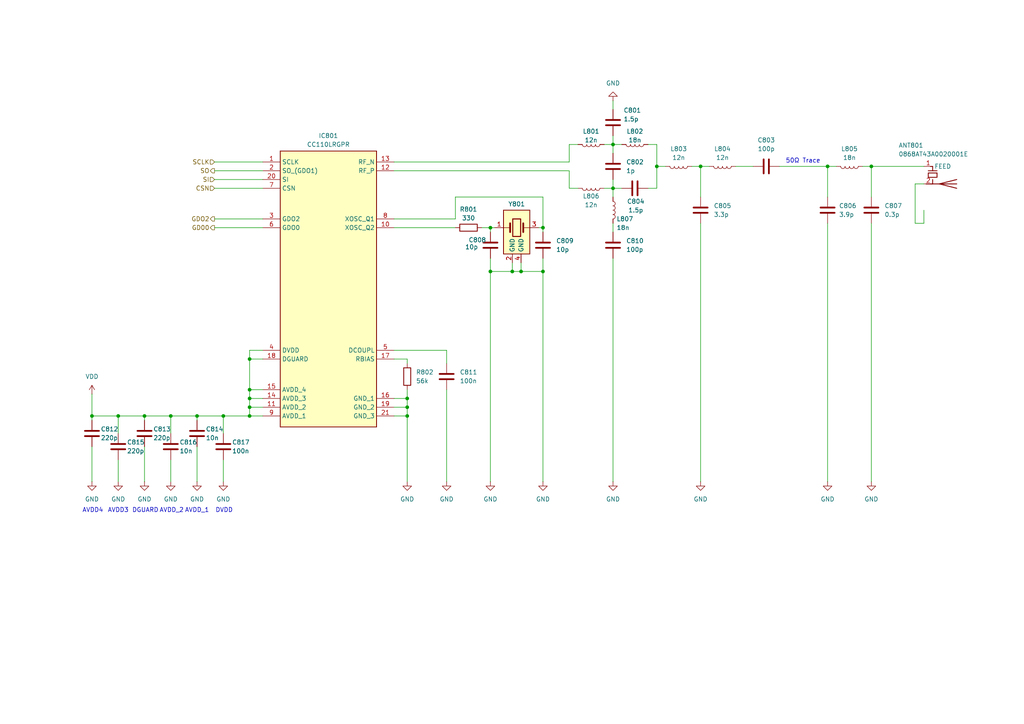
<source format=kicad_sch>
(kicad_sch (version 20250114) (generator "eeschema") (generator_version "9.0")
  (paper "A4")
  (lib_symbols
    (symbol "Device:C" (pin_numbers (hide yes)) (pin_names (offset 0.254))
      (property "Reference" "C" (at 0.635 2.54 0))
      (property "Value" "C" (at 0.635 -2.54 0))
      (symbol "C_0_1"
        (polyline (pts (xy -2.032 0.762) (xy 2.032 0.762)) (stroke (width 0.508)))
        (polyline (pts (xy -2.032 -0.762) (xy 2.032 -0.762)) (stroke (width 0.508)))
      )
      (symbol "C_1_1"
        (pin passive line (at 0 3.81 270) (length 2.794) (name "~") (number "1"))
        (pin passive line (at 0 -3.81 90) (length 2.794) (name "~") (number "2"))
      )
    )
    (symbol "Device:L" (pin_numbers (hide yes)) (pin_names (offset 1.016) (hide yes))
      (property "Reference" "L" (at -1.27 0 90))
      (property "Value" "L" (at 1.905 0 90))
      (symbol "L_0_1"
        (arc (start 0 2.54) (mid 0.6323 1.905) (end 0 1.27))
        (arc (start 0 1.27) (mid 0.6323 0.635) (end 0 0))
        (arc (start 0 0) (mid 0.6323 -0.635) (end 0 -1.27))
        (arc (start 0 -1.27) (mid 0.6323 -1.905) (end 0 -2.54))
      )
      (symbol "L_1_1"
        (pin passive line (at 0 3.81 270) (length 1.27) (name "1") (number "1"))
        (pin passive line (at 0 -3.81 90) (length 1.27) (name "2") (number "2"))
      )
    )
    (symbol "Device:R" (pin_numbers (hide yes)) (pin_names (offset 0))
      (property "Reference" "R" (at 2.032 0 90))
      (property "Value" "R" (at 0 0 90))
      (symbol "R_0_1"
        (rectangle (start -1.016 -2.54) (end 1.016 2.54) (stroke (width 0.254)))
      )
      (symbol "R_1_1"
        (pin passive line (at 0 3.81 270) (length 1.27) (name "~") (number "1"))
        (pin passive line (at 0 -3.81 90) (length 1.27) (name "~") (number "2"))
      )
    )
    (symbol "TrashFlash:0868AT43A0020001E"
      (property "Reference" "ANT" (at -7.112 8.89 0))
      (property "Value" "0868AT43A0020001E" (at -7.112 6.35 0))
      (symbol "0868AT43A0020001E_0_1"
        (polyline (pts (xy -0.635 -2.54) (xy 0 -2.54)))
        (polyline (pts (xy 0 2.54) (xy -0.635 2.54)) (stroke (width 0.254)))
        (polyline (pts (xy 0 2.54) (xy 0 1.27)) (stroke (width 0.254)))
        (polyline (pts (xy 0 -1.27) (xy 0 -2.54)) (stroke (width 0.254)))
        (polyline (pts (xy 1.27 1.27) (xy -1.27 1.27) (xy 0 1.27)) (stroke (width 0.254)))
        (polyline (pts (xy 1.27 0.635) (xy 1.27 -0.635) (xy -1.27 -0.635) (xy -1.27 0.635) (xy 1.27 0.635)) (stroke (width 0.254)))
        (polyline (pts (xy 6.985 -2.54) (xy -1.905 -2.54)) (stroke (width 0.254)))
        (polyline (pts (xy 6.985 -3.81) (xy 1.905 -2.54) (xy 6.985 -1.27)) (stroke (width 0.254)))
      )
      (symbol "0868AT43A0020001E_1_1"
        (pin input line (at -2.54 2.54 0) (length 2.54) (name "FEED") (number "1"))
        (pin passive line (at -2.54 -2.54 0) (length 2.54) (name "PCB_Trace") (number "2"))
      )
    )
    (symbol "TrashFlash:CC110LRGPR"
      (property "Reference" "IC" (at -13.716 22.86 0))
      (property "Value" "CC110LRGPR" (at -13.716 20.32 0))
      (symbol "CC110LRGPR_1_1"
        (rectangle (start -13.97 17.145) (end 13.97 -62.865) (stroke (width 0.254)) (fill (type background)))
        (pin passive line (at -19.05 13.97 0) (length 5.08) (name "SCLK") (number "1"))
        (pin passive line (at -19.05 11.43 0) (length 5.08) (name "SO_(GDO1)") (number "2"))
        (pin passive line (at -19.05 8.89 0) (length 5.08) (name "SI") (number "20"))
        (pin passive line (at -19.05 6.35 0) (length 5.08) (name "CSN") (number "7"))
        (pin passive line (at -19.05 -2.54 0) (length 5.08) (name "GDO2") (number "3"))
        (pin passive line (at -19.05 -5.08 0) (length 5.08) (name "GDO0") (number "6"))
        (pin passive line (at -19.05 -40.64 0) (length 5.08) (name "DVDD") (number "4"))
        (pin passive line (at -19.05 -43.18 0) (length 5.08) (name "DGUARD") (number "18"))
        (pin passive line (at -19.05 -52.07 0) (length 5.08) (name "AVDD_4") (number "15"))
        (pin passive line (at -19.05 -54.61 0) (length 5.08) (name "AVDD_3") (number "14"))
        (pin passive line (at -19.05 -57.15 0) (length 5.08) (name "AVDD_2") (number "11"))
        (pin passive line (at -19.05 -59.69 0) (length 5.08) (name "AVDD_1") (number "9"))
        (pin passive line (at 19.05 13.97 180) (length 5.08) (name "RF_N") (number "13"))
        (pin passive line (at 19.05 11.43 180) (length 5.08) (name "RF_P") (number "12"))
        (pin passive line (at 19.05 -2.54 180) (length 5.08) (name "XOSC_Q1") (number "8"))
        (pin passive line (at 19.05 -5.08 180) (length 5.08) (name "XOSC_Q2") (number "10"))
        (pin passive line (at 19.05 -40.64 180) (length 5.08) (name "DCOUPL") (number "5"))
        (pin passive line (at 19.05 -43.18 180) (length 5.08) (name "RBIAS") (number "17"))
        (pin passive line (at 19.05 -54.61 180) (length 5.08) (name "GND_1") (number "16"))
        (pin passive line (at 19.05 -57.15 180) (length 5.08) (name "GND_2") (number "19"))
        (pin passive line (at 19.05 -59.69 180) (length 5.08) (name "GND_3") (number "21"))
      )
    )
    (symbol "TrashFlash:ECS-260-10-33B-CKM-TR"
      (property "Reference" "Y" (at 0 5.08 0))
      (property "Value" "ECS-260-10-33B-CKM-TR" (at 0 2.54 0))
      (symbol "ECS-260-10-33B-CKM-TR_0_1"
        (polyline (pts (xy 1.905 -6.35) (xy 1.905 -3.81)) (stroke (width 0.508)))
        (rectangle (start 2.667 -2.54) (end 4.953 -7.62) (stroke (width 0.3048)))
        (polyline (pts (xy 5.715 -6.35) (xy 5.715 -3.81)) (stroke (width 0.508)))
        (polyline (pts (xy 7.62 -5.08) (xy 5.715 -5.08)))
      )
      (symbol "ECS-260-10-33B-CKM-TR_1_1"
        (rectangle (start 0 0) (end 7.62 -12.7) (stroke (width 0.254)) (fill (type background)))
        (polyline (pts (xy 0 -5.08) (xy 1.905 -5.08)))
        (pin passive line (at -2.54 -5.08 0) (length 2.54) (name "IN/OUT") (number "1"))
        (pin passive line (at 2.54 -15.24 90) (length 2.54) (name "GND") (number "2"))
        (pin passive line (at 5.08 -15.24 90) (length 2.54) (name "GND") (number "4"))
        (pin passive line (at 10.16 -5.08 180) (length 2.54) (name "OUT/IN") (number "3"))
      )
    )
    (symbol "power:GND" (power) (pin_numbers (hide yes)) (pin_names (offset 0) (hide yes))
      (property "Value" "GND" (at 0 -3.81 0))
      (symbol "GND_0_1"
        (polyline (pts (xy 0 0) (xy 0 -1.27) (xy 1.27 -1.27) (xy 0 -2.54) (xy -1.27 -1.27) (xy 0 -1.27)))
      )
      (symbol "GND_1_1"
        (pin power_in line (at 0 0 270) (length 0) (name "~") (number "1"))
      )
    )
    (symbol "power:VDD" (power) (pin_numbers (hide yes)) (pin_names (offset 0) (hide yes))
      (property "Value" "VDD" (at 0 3.556 0))
      (symbol "VDD_0_1"
        (polyline (pts (xy -0.762 1.27) (xy 0 2.54)))
        (polyline (pts (xy 0 2.54) (xy 0.762 1.27)))
        (polyline (pts (xy 0 0) (xy 0 2.54)))
      )
      (symbol "VDD_1_1"
        (pin power_in line (at 0 0 90) (length 0) (name "~") (number "1"))
      )
    )
  )
  (text "AVDD4" (at 26.924 148.082 0) (effects (font (size 1.27 1.27))))
  (text "DGUARD" (at 42.164 148.082 0) (effects (font (size 1.27 1.27))))
  (text "AVDD_1" (at 57.15 148.082 0) (effects (font (size 1.27 1.27))))
  (text "AVDD_2" (at 49.784 148.082 0) (effects (font (size 1.27 1.27))))
  (text "AVDD3" (at 34.29 148.082 0) (effects (font (size 1.27 1.27))))
  (text "DVDD" (at 65.024 148.082 0) (effects (font (size 1.27 1.27))))
  (text "50Ω Trace" (at 232.918 46.736 0) (effects (font (size 1.27 1.27))))
  (junction (at 118.11 115.57))
  (junction (at 57.15 120.65))
  (junction (at 177.8 54.61))
  (junction (at 34.29 120.65))
  (junction (at 252.73 48.26))
  (junction (at 72.39 104.14))
  (junction (at 148.59 78.74))
  (junction (at 142.24 78.74))
  (junction (at 190.5 48.26))
  (junction (at 41.91 120.65))
  (junction (at 64.77 120.65))
  (junction (at 72.39 113.03))
  (junction (at 151.13 78.74))
  (junction (at 240.03 48.26))
  (junction (at 49.53 120.65))
  (junction (at 177.8 41.91))
  (junction (at 203.2 48.26))
  (junction (at 72.39 120.65))
  (junction (at 157.48 78.74))
  (junction (at 118.11 118.11))
  (junction (at 26.67 120.65))
  (junction (at 72.39 118.11))
  (junction (at 118.11 120.65))
  (junction (at 142.24 66.04))
  (junction (at 72.39 115.57))
  (junction (at 157.48 66.04))
  (wire (pts (xy 114.3 104.14) (xy 118.11 104.14)))
  (wire (pts (xy 240.03 48.26) (xy 242.57 48.26)))
  (wire (pts (xy 148.59 76.2) (xy 148.59 78.74)))
  (wire (pts (xy 187.96 41.91) (xy 190.5 41.91)))
  (wire (pts (xy 139.7 66.04) (xy 142.24 66.04)))
  (wire (pts (xy 129.54 101.6) (xy 129.54 105.41)))
  (wire (pts (xy 151.13 76.2) (xy 151.13 78.74)))
  (wire (pts (xy 114.3 49.53) (xy 165.1 49.53)))
  (wire (pts (xy 118.11 104.14) (xy 118.11 105.41)))
  (wire (pts (xy 156.21 66.04) (xy 157.48 66.04)))
  (wire (pts (xy 165.1 49.53) (xy 165.1 54.61)))
  (wire (pts (xy 26.67 121.92) (xy 26.67 120.65)))
  (wire (pts (xy 114.3 120.65) (xy 118.11 120.65)))
  (wire (pts (xy 26.67 120.65) (xy 34.29 120.65)))
  (wire (pts (xy 157.48 78.74) (xy 157.48 139.7)))
  (wire (pts (xy 151.13 78.74) (xy 157.48 78.74)))
  (wire (pts (xy 62.23 52.07) (xy 76.2 52.07)))
  (wire (pts (xy 57.15 120.65) (xy 57.15 121.92)))
  (wire (pts (xy 57.15 129.54) (xy 57.15 139.7)))
  (wire (pts (xy 177.8 64.77) (xy 177.8 67.31)))
  (wire (pts (xy 267.97 53.34) (xy 265.43 53.34)))
  (wire (pts (xy 72.39 113.03) (xy 76.2 113.03)))
  (wire (pts (xy 177.8 39.37) (xy 177.8 41.91)))
  (wire (pts (xy 49.53 120.65) (xy 57.15 120.65)))
  (wire (pts (xy 142.24 78.74) (xy 142.24 139.7)))
  (wire (pts (xy 132.08 63.5) (xy 132.08 57.15)))
  (wire (pts (xy 129.54 113.03) (xy 129.54 139.7)))
  (wire (pts (xy 226.06 48.26) (xy 240.03 48.26)))
  (wire (pts (xy 203.2 64.77) (xy 203.2 139.7)))
  (wire (pts (xy 49.53 133.35) (xy 49.53 139.7)))
  (wire (pts (xy 114.3 115.57) (xy 118.11 115.57)))
  (wire (pts (xy 118.11 113.03) (xy 118.11 115.57)))
  (wire (pts (xy 157.48 57.15) (xy 157.48 66.04)))
  (wire (pts (xy 72.39 113.03) (xy 72.39 115.57)))
  (wire (pts (xy 41.91 129.54) (xy 41.91 139.7)))
  (wire (pts (xy 62.23 63.5) (xy 76.2 63.5)))
  (wire (pts (xy 26.67 114.3) (xy 26.67 120.65)))
  (wire (pts (xy 177.8 74.93) (xy 177.8 139.7)))
  (wire (pts (xy 72.39 101.6) (xy 72.39 104.14)))
  (wire (pts (xy 62.23 66.04) (xy 76.2 66.04)))
  (wire (pts (xy 72.39 115.57) (xy 72.39 118.11)))
  (wire (pts (xy 62.23 54.61) (xy 76.2 54.61)))
  (wire (pts (xy 265.43 64.77) (xy 267.97 64.77)))
  (wire (pts (xy 252.73 48.26) (xy 267.97 48.26)))
  (wire (pts (xy 165.1 54.61) (xy 167.64 54.61)))
  (wire (pts (xy 114.3 101.6) (xy 129.54 101.6)))
  (wire (pts (xy 165.1 46.99) (xy 165.1 41.91)))
  (wire (pts (xy 142.24 74.93) (xy 142.24 78.74)))
  (wire (pts (xy 114.3 66.04) (xy 132.08 66.04)))
  (wire (pts (xy 165.1 41.91) (xy 167.64 41.91)))
  (wire (pts (xy 190.5 48.26) (xy 190.5 54.61)))
  (wire (pts (xy 41.91 120.65) (xy 49.53 120.65)))
  (wire (pts (xy 240.03 48.26) (xy 240.03 57.15)))
  (wire (pts (xy 72.39 118.11) (xy 72.39 120.65)))
  (wire (pts (xy 252.73 64.77) (xy 252.73 139.7)))
  (wire (pts (xy 114.3 46.99) (xy 165.1 46.99)))
  (wire (pts (xy 34.29 133.35) (xy 34.29 139.7)))
  (wire (pts (xy 62.23 49.53) (xy 76.2 49.53)))
  (wire (pts (xy 190.5 41.91) (xy 190.5 48.26)))
  (wire (pts (xy 76.2 101.6) (xy 72.39 101.6)))
  (wire (pts (xy 64.77 120.65) (xy 64.77 125.73)))
  (wire (pts (xy 142.24 78.74) (xy 148.59 78.74)))
  (wire (pts (xy 240.03 64.77) (xy 240.03 139.7)))
  (wire (pts (xy 62.23 46.99) (xy 76.2 46.99)))
  (wire (pts (xy 213.36 48.26) (xy 218.44 48.26)))
  (wire (pts (xy 118.11 120.65) (xy 118.11 139.7)))
  (wire (pts (xy 157.48 74.93) (xy 157.48 78.74)))
  (wire (pts (xy 200.66 48.26) (xy 203.2 48.26)))
  (wire (pts (xy 142.24 66.04) (xy 142.24 67.31)))
  (wire (pts (xy 252.73 48.26) (xy 252.73 57.15)))
  (wire (pts (xy 157.48 66.04) (xy 157.48 67.31)))
  (wire (pts (xy 72.39 104.14) (xy 72.39 113.03)))
  (wire (pts (xy 34.29 120.65) (xy 41.91 120.65)))
  (wire (pts (xy 177.8 54.61) (xy 177.8 57.15)))
  (wire (pts (xy 49.53 120.65) (xy 49.53 125.73)))
  (wire (pts (xy 265.43 53.34) (xy 265.43 64.77)))
  (wire (pts (xy 132.08 57.15) (xy 157.48 57.15)))
  (wire (pts (xy 118.11 118.11) (xy 118.11 120.65)))
  (wire (pts (xy 203.2 48.26) (xy 205.74 48.26)))
  (wire (pts (xy 118.11 115.57) (xy 118.11 118.11)))
  (wire (pts (xy 177.8 52.07) (xy 177.8 54.61)))
  (wire (pts (xy 193.04 48.26) (xy 190.5 48.26)))
  (wire (pts (xy 175.26 54.61) (xy 177.8 54.61)))
  (wire (pts (xy 148.59 78.74) (xy 151.13 78.74)))
  (wire (pts (xy 26.67 129.54) (xy 26.67 139.7)))
  (wire (pts (xy 142.24 66.04) (xy 143.51 66.04)))
  (wire (pts (xy 72.39 115.57) (xy 76.2 115.57)))
  (wire (pts (xy 72.39 120.65) (xy 76.2 120.65)))
  (wire (pts (xy 114.3 63.5) (xy 132.08 63.5)))
  (wire (pts (xy 41.91 121.92) (xy 41.91 120.65)))
  (wire (pts (xy 72.39 118.11) (xy 76.2 118.11)))
  (wire (pts (xy 250.19 48.26) (xy 252.73 48.26)))
  (wire (pts (xy 64.77 133.35) (xy 64.77 139.7)))
  (wire (pts (xy 177.8 54.61) (xy 180.34 54.61)))
  (wire (pts (xy 72.39 104.14) (xy 76.2 104.14)))
  (wire (pts (xy 175.26 41.91) (xy 177.8 41.91)))
  (wire (pts (xy 64.77 120.65) (xy 57.15 120.65)))
  (wire (pts (xy 190.5 54.61) (xy 187.96 54.61)))
  (wire (pts (xy 114.3 118.11) (xy 118.11 118.11)))
  (wire (pts (xy 34.29 120.65) (xy 34.29 125.73)))
  (wire (pts (xy 203.2 48.26) (xy 203.2 57.15)))
  (wire (pts (xy 267.97 60.96) (xy 267.97 64.77)))
  (wire (pts (xy 177.8 29.21) (xy 177.8 31.75)))
  (wire (pts (xy 72.39 120.65) (xy 64.77 120.65)))
  (wire (pts (xy 177.8 41.91) (xy 180.34 41.91)))
  (wire (pts (xy 177.8 41.91) (xy 177.8 44.45)))
  (hierarchical_label "SCLK" (shape input) (at 62.23 46.99 180))
  (hierarchical_label "CSN" (shape input) (at 62.23 54.61 180))
  (hierarchical_label "GD00" (shape output) (at 62.23 66.04 180))
  (hierarchical_label "SO" (shape output) (at 62.23 49.53 180))
  (hierarchical_label "SI" (shape input) (at 62.23 52.07 180))
  (hierarchical_label "GDO2" (shape output) (at 62.23 63.5 180))
  (symbol (lib_id "Device:R") (at 118.11 109.22 0) (unit 1)
    (property "Reference" "R802" (at 120.65 107.9499 0) (effects (justify left)))
    (property "Value" "56k" (at 120.65 110.4899 0) (effects (justify left)))
    (property "Footprint" "Capacitor_SMD:C_0402_1005Metric" (effects (hide yes)))
    (property "Description" "Resistor" (effects (hide yes)))
  )
  (symbol (lib_id "power:GND") (at 26.67 139.7 0) (unit 1)
    (property "Reference" "#PWR0803" (effects (hide yes)))
    (property "Value" "GND" (at 26.67 144.78 0))
    (property "Description" "Power symbol creates a global label with name \"GND\" , ground" (effects (hide yes)))
  )
  (symbol (lib_id "power:GND") (at 118.11 139.7 0) (unit 1)
    (property "Reference" "#PWR0809" (effects (hide yes)))
    (property "Value" "GND" (at 118.11 144.78 0))
    (property "Description" "Power symbol creates a global label with name \"GND\" , ground" (effects (hide yes)))
  )
  (symbol (lib_id "Device:L") (at 196.85 48.26 270) (unit 1)
    (property "Reference" "L803" (at 196.85 43.18 90))
    (property "Value" "12n" (at 196.85 45.72 90))
    (property "Footprint" "Inductor_SMD:L_0402_1005Metric" (effects (hide yes)))
    (property "Description" "Inductor" (effects (hide yes)))
  )
  (symbol (lib_id "Device:L") (at 209.55 48.26 270) (unit 1)
    (property "Reference" "L804" (at 209.55 43.18 90))
    (property "Value" "12n" (at 209.55 45.72 90))
    (property "Footprint" "Inductor_SMD:L_0402_1005Metric" (effects (hide yes)))
    (property "Description" "Inductor" (effects (hide yes)))
  )
  (symbol (lib_id "Device:C") (at 142.24 71.12 0) (unit 1)
    (property "Reference" "C808" (at 135.89 69.596 0) (effects (justify left)))
    (property "Value" "10p" (at 134.874 71.628 0) (effects (justify left)))
    (property "Footprint" "Capacitor_SMD:C_0402_1005Metric" (effects (hide yes)))
    (property "Description" "Unpolarized capacitor" (effects (hide yes)))
  )
  (symbol (lib_id "power:GND") (at 129.54 139.7 0) (unit 1)
    (property "Reference" "#PWR0810" (effects (hide yes)))
    (property "Value" "GND" (at 129.54 144.78 0))
    (property "Description" "Power symbol creates a global label with name \"GND\" , ground" (effects (hide yes)))
  )
  (symbol (lib_id "Device:C") (at 157.48 71.12 0) (unit 1)
    (property "Reference" "C809" (at 161.29 69.8499 0) (effects (justify left)))
    (property "Value" "10p" (at 161.29 72.3899 0) (effects (justify left)))
    (property "Footprint" "Capacitor_SMD:C_0402_1005Metric" (effects (hide yes)))
    (property "Description" "Unpolarized capacitor" (effects (hide yes)))
  )
  (symbol (lib_id "power:GND") (at 177.8 29.21 180) (unit 1)
    (property "Reference" "#PWR0801" (effects (hide yes)))
    (property "Value" "GND" (at 177.8 24.13 0))
    (property "Description" "Power symbol creates a global label with name \"GND\" , ground" (effects (hide yes)))
  )
  (symbol (lib_id "TrashFlash:ECS-260-10-33B-CKM-TR") (at 146.05 60.96 0) (unit 1)
    (property "Reference" "Y801" (at 149.86 59.182 0))
    (property "Value" "ECS-260-10-33B-CKM-TR" (effects (hide yes)))
    (property "Footprint" "TrashFlash:ECS160833B2CTNTR3" (effects (hide yes)))
    (property "Datasheet" "https://www.ecsxtal.com/store/pdf/ECS-33B2.pdf" (effects (hide yes)))
    (property "Description" "Crystals 16.000 MHz 8pF ECS-33B2 +/-10/10 ppm -40 - +85C +/-2 ppm Aging 3225 4-SMD RoHS" (effects (hide yes)))
    (property "Height" "0.8" (effects (hide yes)))
    (property "Mouser Part Number" "520-500-1833B2CKMTR3" (effects (hide yes)))
    (property "Mouser Price/Stock" "https://www.mouser.co.uk/ProductDetail/ECS/ECS-500-18-33B2-CKM-TR3?qs=%252BXxaIXUDbq0NFnJt5wrleg%3D%3D" (effects (hide yes)))
    (property "Manufacturer_Name" "ECS" (effects (hide yes)))
    (property "Manufacturer_Part_Number" "ECS-500-18-33B2-CKM-TR3" (effects (hide yes)))
  )
  (symbol (lib_id "Device:R") (at 135.89 66.04 270) (unit 1)
    (property "Reference" "R801" (at 135.89 60.706 90))
    (property "Value" "330" (at 135.89 63.246 90))
    (property "Footprint" "Capacitor_SMD:C_0402_1005Metric" (effects (hide yes)))
    (property "Description" "Resistor" (effects (hide yes)))
  )
  (symbol (lib_id "Device:C") (at 252.73 60.96 180) (unit 1)
    (property "Reference" "C807" (at 256.54 59.6899 0) (effects (justify right)))
    (property "Value" "0.3p" (at 256.54 62.2299 0) (effects (justify right)))
    (property "Footprint" "Capacitor_SMD:C_0402_1005Metric" (effects (hide yes)))
    (property "Description" "Unpolarized capacitor" (effects (hide yes)))
  )
  (symbol (lib_id "power:GND") (at 34.29 139.7 0) (unit 1)
    (property "Reference" "#PWR0804" (effects (hide yes)))
    (property "Value" "GND" (at 34.29 144.78 0))
    (property "Description" "Power symbol creates a global label with name \"GND\" , ground" (effects (hide yes)))
  )
  (symbol (lib_id "power:GND") (at 41.91 139.7 0) (unit 1)
    (property "Reference" "#PWR0805" (effects (hide yes)))
    (property "Value" "GND" (at 41.91 144.78 0))
    (property "Description" "Power symbol creates a global label with name \"GND\" , ground" (effects (hide yes)))
  )
  (symbol (lib_id "Device:C") (at 64.77 129.54 0) (unit 1)
    (property "Reference" "C817" (at 67.31 128.27 0) (effects (justify left)))
    (property "Value" "100n" (at 67.31 130.81 0) (effects (justify left)))
    (property "Footprint" "Capacitor_SMD:C_0402_1005Metric" (effects (hide yes)))
    (property "Description" "Unpolarized capacitor" (effects (hide yes)))
  )
  (symbol (lib_id "Device:C") (at 129.54 109.22 0) (unit 1)
    (property "Reference" "C811" (at 133.35 107.9499 0) (effects (justify left)))
    (property "Value" "100n" (at 133.35 110.4899 0) (effects (justify left)))
    (property "Footprint" "Capacitor_SMD:C_0402_1005Metric" (effects (hide yes)))
    (property "Description" "Unpolarized capacitor" (effects (hide yes)))
  )
  (symbol (lib_id "Device:C") (at 203.2 60.96 0) (unit 1)
    (property "Reference" "C805" (at 207.01 59.6899 0) (effects (justify left)))
    (property "Value" "3.3p" (at 207.01 62.2299 0) (effects (justify left)))
    (property "Footprint" "Capacitor_SMD:C_0402_1005Metric" (effects (hide yes)))
    (property "Description" "Unpolarized capacitor" (effects (hide yes)))
  )
  (symbol (lib_id "power:GND") (at 64.77 139.7 0) (unit 1)
    (property "Reference" "#PWR0808" (effects (hide yes)))
    (property "Value" "GND" (at 64.77 144.78 0))
    (property "Description" "Power symbol creates a global label with name \"GND\" , ground" (effects (hide yes)))
  )
  (symbol (lib_id "power:GND") (at 57.15 139.7 0) (unit 1)
    (property "Reference" "#PWR0807" (effects (hide yes)))
    (property "Value" "GND" (at 57.15 144.78 0))
    (property "Description" "Power symbol creates a global label with name \"GND\" , ground" (effects (hide yes)))
  )
  (symbol (lib_id "Device:C") (at 177.8 48.26 0) (unit 1)
    (property "Reference" "C802" (at 181.61 46.9899 0) (effects (justify left)))
    (property "Value" "1p" (at 181.61 49.5299 0) (effects (justify left)))
    (property "Footprint" "Capacitor_SMD:C_0402_1005Metric" (effects (hide yes)))
    (property "Description" "Unpolarized capacitor" (effects (hide yes)))
  )
  (symbol (lib_id "power:GND") (at 203.2 139.7 0) (unit 1)
    (property "Reference" "#PWR0814" (effects (hide yes)))
    (property "Value" "GND" (at 203.2 144.78 0))
    (property "Description" "Power symbol creates a global label with name \"GND\" , ground" (effects (hide yes)))
  )
  (symbol (lib_id "Device:C") (at 177.8 71.12 0) (unit 1)
    (property "Reference" "C810" (at 181.61 69.8499 0) (effects (justify left)))
    (property "Value" "100p" (at 181.61 72.3899 0) (effects (justify left)))
    (property "Footprint" "Capacitor_SMD:C_0402_1005Metric" (effects (hide yes)))
    (property "Description" "Unpolarized capacitor" (effects (hide yes)))
  )
  (symbol (lib_id "Device:L") (at 171.45 41.91 270) (unit 1)
    (property "Reference" "L801" (at 171.45 38.1 90))
    (property "Value" "12n" (at 171.45 40.64 90))
    (property "Footprint" "Inductor_SMD:L_0402_1005Metric" (effects (hide yes)))
    (property "Description" "Inductor" (effects (hide yes)))
  )
  (symbol (lib_id "Device:L") (at 184.15 41.91 270) (unit 1)
    (property "Reference" "L802" (at 184.15 38.1 90))
    (property "Value" "18n" (at 184.15 40.64 90))
    (property "Footprint" "Inductor_SMD:L_0402_1005Metric" (effects (hide yes)))
    (property "Description" "Inductor" (effects (hide yes)))
  )
  (symbol (lib_id "power:GND") (at 49.53 139.7 0) (unit 1)
    (property "Reference" "#PWR0806" (effects (hide yes)))
    (property "Value" "GND" (at 49.53 144.78 0))
    (property "Description" "Power symbol creates a global label with name \"GND\" , ground" (effects (hide yes)))
  )
  (symbol (lib_id "power:GND") (at 177.8 139.7 0) (unit 1)
    (property "Reference" "#PWR0813" (effects (hide yes)))
    (property "Value" "GND" (at 177.8 144.78 0))
    (property "Description" "Power symbol creates a global label with name \"GND\" , ground" (effects (hide yes)))
  )
  (symbol (lib_id "Device:C") (at 184.15 54.61 90) (unit 1)
    (property "Reference" "C804" (at 184.404 58.42 90))
    (property "Value" "1.5p" (at 184.404 60.96 90))
    (property "Footprint" "Capacitor_SMD:C_0402_1005Metric" (effects (hide yes)))
    (property "Description" "Unpolarized capacitor" (effects (hide yes)))
  )
  (symbol (lib_id "power:GND") (at 252.73 139.7 0) (unit 1)
    (property "Reference" "#PWR0816" (effects (hide yes)))
    (property "Value" "GND" (at 252.73 144.78 0))
    (property "Description" "Power symbol creates a global label with name \"GND\" , ground" (effects (hide yes)))
  )
  (symbol (lib_id "Device:C") (at 41.91 125.73 0) (unit 1)
    (property "Reference" "C813" (at 44.45 124.46 0) (effects (justify left)))
    (property "Value" "220p" (at 44.45 127 0) (effects (justify left)))
    (property "Footprint" "Capacitor_SMD:C_0402_1005Metric" (effects (hide yes)))
    (property "Description" "Unpolarized capacitor" (effects (hide yes)))
  )
  (symbol (lib_id "Device:C") (at 240.03 60.96 180) (unit 1)
    (property "Reference" "C806" (at 243.332 59.69 0) (effects (justify right)))
    (property "Value" "3.9p" (at 243.332 62.23 0) (effects (justify right)))
    (property "Footprint" "Capacitor_SMD:C_0402_1005Metric" (effects (hide yes)))
    (property "Description" "Unpolarized capacitor" (effects (hide yes)))
  )
  (symbol (lib_id "Device:L") (at 177.8 60.96 0) (unit 1)
    (property "Reference" "L807" (at 178.816 63.5 0) (effects (justify left)))
    (property "Value" "18n" (at 178.816 66.04 0) (effects (justify left)))
    (property "Footprint" "Inductor_SMD:L_0402_1005Metric" (effects (hide yes)))
    (property "Description" "Inductor" (effects (hide yes)))
  )
  (symbol (lib_id "Device:L") (at 171.45 54.61 270) (unit 1)
    (property "Reference" "L806" (at 171.45 56.896 90))
    (property "Value" "12n" (at 171.45 59.436 90))
    (property "Footprint" "Inductor_SMD:L_0402_1005Metric" (effects (hide yes)))
    (property "Description" "Inductor" (effects (hide yes)))
  )
  (symbol (lib_id "Device:L") (at 246.38 48.26 270) (unit 1)
    (property "Reference" "L805" (at 246.38 43.18 90))
    (property "Value" "18n" (at 246.38 45.72 90))
    (property "Footprint" "Inductor_SMD:L_0402_1005Metric" (effects (hide yes)))
    (property "Description" "Inductor" (effects (hide yes)))
  )
  (symbol (lib_id "power:GND") (at 157.48 139.7 0) (unit 1)
    (property "Reference" "#PWR0812" (effects (hide yes)))
    (property "Value" "GND" (at 157.48 144.78 0))
    (property "Description" "Power symbol creates a global label with name \"GND\" , ground" (effects (hide yes)))
  )
  (symbol (lib_id "TrashFlash:0868AT43A0020001E") (at 270.51 50.8 0) (unit 1)
    (property "Reference" "ANT801" (at 260.604 42.164 0) (effects (justify left)))
    (property "Value" "0868AT43A0020001E" (at 260.604 44.704 0) (effects (justify left)))
    (property "Footprint" "TrashFlash:ANTC7020X90N" (effects (hide yes)))
    (property "Datasheet" "https://www.johansontechnology.com/datasheets/0900AT43A0070/0900AT43A0070.pdf" (effects (hide yes)))
    (property "Description" "JOHANSON TECHNOLOGY - 0900AT43A0070E - DUAL BAND ANTENNA, 868/915GHZ, 50 OHM" (effects (hide yes)))
    (property "Height" "0.9" (effects (hide yes)))
    (property "Mouser Part Number" "609-0900AT43A0070E" (effects (hide yes)))
    (property "Mouser Price/Stock" "https://www.mouser.co.uk/ProductDetail/Johanson-Technology/0900AT43A0070E?qs=sL7MMaRBAPU1wLyufDzrNg%3D%3D" (effects (hide yes)))
    (property "Manufacturer_Name" "JOHANSON TECHNOLOGY" (effects (hide yes)))
    (property "Manufacturer_Part_Number" "0900AT43A0070E" (effects (hide yes)))
  )
  (symbol (lib_id "Device:C") (at 26.67 125.73 0) (unit 1)
    (property "Reference" "C812" (at 29.21 124.46 0) (effects (justify left)))
    (property "Value" "220p" (at 29.21 127 0) (effects (justify left)))
    (property "Footprint" "Capacitor_SMD:C_0402_1005Metric" (effects (hide yes)))
    (property "Description" "Unpolarized capacitor" (effects (hide yes)))
  )
  (symbol (lib_id "Device:C") (at 34.29 129.54 0) (unit 1)
    (property "Reference" "C815" (at 36.83 128.27 0) (effects (justify left)))
    (property "Value" "220p" (at 36.83 130.81 0) (effects (justify left)))
    (property "Footprint" "Capacitor_SMD:C_0402_1005Metric" (effects (hide yes)))
    (property "Description" "Unpolarized capacitor" (effects (hide yes)))
  )
  (symbol (lib_id "power:GND") (at 142.24 139.7 0) (unit 1)
    (property "Reference" "#PWR0811" (effects (hide yes)))
    (property "Value" "GND" (at 142.24 144.78 0))
    (property "Description" "Power symbol creates a global label with name \"GND\" , ground" (effects (hide yes)))
  )
  (symbol (lib_id "power:GND") (at 240.03 139.7 0) (unit 1)
    (property "Reference" "#PWR0815" (effects (hide yes)))
    (property "Value" "GND" (at 240.03 144.78 0))
    (property "Description" "Power symbol creates a global label with name \"GND\" , ground" (effects (hide yes)))
  )
  (symbol (lib_id "Device:C") (at 222.25 48.26 90) (unit 1)
    (property "Reference" "C803" (at 222.25 40.64 90))
    (property "Value" "100p" (at 222.25 43.18 90))
    (property "Footprint" "Capacitor_SMD:C_0402_1005Metric" (effects (hide yes)))
    (property "Description" "Unpolarized capacitor" (effects (hide yes)))
  )
  (symbol (lib_id "TrashFlash:CC110LRGPR") (at 95.25 60.96 0) (unit 1)
    (property "Reference" "IC801" (at 95.25 39.37 0))
    (property "Value" "CC110LRGPR" (at 95.25 41.91 0))
    (property "Footprint" "TrashFlash:QFN50P400X400X100-21N-D" (effects (hide yes)))
    (property "Datasheet" "http://www.ti.com/general/docs/suppproductinfo.tsp?distId=10&gotoUrl=http%3A%2F%2Fwww.ti.com%2Flit%2Fgpn%2Fcc110l" (effects (hide yes)))
    (property "Description" "Value Line Sub-1 GHz Transceiver" (effects (hide yes)))
    (property "Height" "1" (effects (hide yes)))
    (property "Mouser Part Number" "595-CC110LRGPR" (effects (hide yes)))
    (property "Mouser Price/Stock" "https://www.mouser.co.uk/ProductDetail/Texas-Instruments/CC110LRGPR?qs=OHhYoCux73mLz8dcCHcEiQ%3D%3D" (effects (hide yes)))
    (property "Manufacturer_Name" "Texas Instruments" (effects (hide yes)))
    (property "Manufacturer_Part_Number" "CC110LRGPR" (effects (hide yes)))
  )
  (symbol (lib_id "power:VDD") (at 26.67 114.3 0) (unit 1)
    (property "Reference" "#PWR0802" (effects (hide yes)))
    (property "Value" "VDD" (at 26.67 109.22 0))
    (property "Description" "Power symbol creates a global label with name \"VDD\"" (effects (hide yes)))
  )
  (symbol (lib_id "Device:C") (at 57.15 125.73 0) (unit 1)
    (property "Reference" "C814" (at 59.69 124.46 0) (effects (justify left)))
    (property "Value" "10n" (at 59.69 127 0) (effects (justify left)))
    (property "Footprint" "Capacitor_SMD:C_0402_1005Metric" (effects (hide yes)))
    (property "Description" "Unpolarized capacitor" (effects (hide yes)))
  )
  (symbol (lib_id "Device:C") (at 177.8 35.56 0) (unit 1)
    (property "Reference" "C801" (at 180.848 32.004 0) (effects (justify left)))
    (property "Value" "1.5p" (at 180.848 34.544 0) (effects (justify left)))
    (property "Footprint" "Capacitor_SMD:C_0402_1005Metric" (effects (hide yes)))
    (property "Description" "Unpolarized capacitor" (effects (hide yes)))
  )
  (symbol (lib_id "Device:C") (at 49.53 129.54 0) (unit 1)
    (property "Reference" "C816" (at 52.07 128.27 0) (effects (justify left)))
    (property "Value" "10n" (at 52.07 130.81 0) (effects (justify left)))
    (property "Footprint" "Capacitor_SMD:C_0402_1005Metric" (effects (hide yes)))
    (property "Description" "Unpolarized capacitor" (effects (hide yes)))
  )
)
</source>
